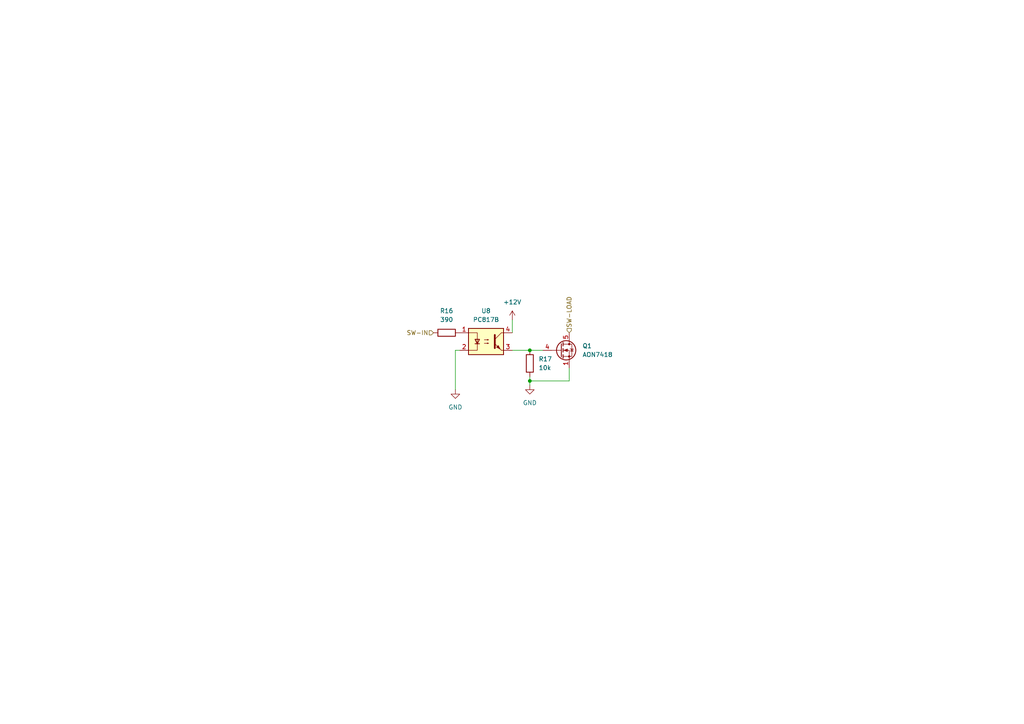
<source format=kicad_sch>
(kicad_sch (version 20231120) (generator "eeschema") (generator_version "8.0")
  (paper "A4")
  (lib_symbols
    (symbol "Device:R" (pin_numbers hide) (pin_names (offset 0))
      (property "Reference" "R" (at 2.032 0 90))
      (property "Value" "R" (at 0 0 90))
      (symbol "R_0_1"
        (rectangle (start -1.016 -2.54) (end 1.016 2.54) (stroke (width 0.254)))
      )
      (symbol "R_1_1"
        (pin passive line (at 0 3.81 270) (length 1.27) (name "~") (number "1"))
        (pin passive line (at 0 -3.81 90) (length 1.27) (name "~") (number "2"))
      )
    )
    (symbol "Isolator:SFH617A-2X009T"
      (property "Reference" "U" (at -3.81 5.08 0))
      (property "Value" "SFH617A-2X009T" (at 0 -5.08 0))
      (symbol "SFH617A-2X009T_1_1"
        (rectangle (start -5.08 3.81) (end 5.08 -3.81) (stroke (width 0.254)) (fill (type background)))
        (polyline (pts (xy -3.175 -0.635) (xy -1.905 -0.635)) (stroke (width 0.254)))
        (polyline (pts (xy 2.54 0.635) (xy 4.445 2.54)))
        (polyline (pts (xy 4.445 -2.54) (xy 2.54 -0.635)) (fill (type outline)))
        (polyline (pts (xy 4.445 -2.54) (xy 5.08 -2.54)))
        (polyline (pts (xy 4.445 2.54) (xy 5.08 2.54)))
        (polyline (pts (xy -5.08 2.54) (xy -2.54 2.54) (xy -2.54 -0.762)))
        (polyline (pts (xy -2.54 -0.635) (xy -2.54 -2.54) (xy -5.08 -2.54)))
        (polyline (pts (xy 2.54 1.905) (xy 2.54 -1.905) (xy 2.54 -1.905)) (stroke (width 0.508)))
        (polyline (pts (xy -2.54 -0.635) (xy -3.175 0.635) (xy -1.905 0.635) (xy -2.54 -0.635)) (stroke (width 0.254)))
        (polyline (pts (xy -0.508 -0.508) (xy 0.762 -0.508) (xy 0.381 -0.635) (xy 0.381 -0.381) (xy 0.762 -0.508)))
        (polyline (pts (xy -0.508 0.508) (xy 0.762 0.508) (xy 0.381 0.381) (xy 0.381 0.635) (xy 0.762 0.508)))
        (polyline (pts (xy 3.048 -1.651) (xy 3.556 -1.143) (xy 4.064 -2.159) (xy 3.048 -1.651) (xy 3.048 -1.651)) (fill (type outline)))
        (pin passive line (at -7.62 2.54 0) (length 2.54) (name "~") (number "1"))
        (pin passive line (at -7.62 -2.54 0) (length 2.54) (name "~") (number "2"))
        (pin passive line (at 7.62 -2.54 180) (length 2.54) (name "~") (number "3"))
        (pin passive line (at 7.62 2.54 180) (length 2.54) (name "~") (number "4"))
      )
    )
    (symbol "Transistor_FET:CSD16327Q3" (pin_names hide)
      (property "Reference" "Q" (at 5.08 1.905 0))
      (property "Value" "CSD16327Q3" (at 5.08 0 0))
      (symbol "CSD16327Q3_0_1"
        (polyline (pts (xy 0.254 0) (xy -2.54 0)))
        (polyline (pts (xy 0.254 1.905) (xy 0.254 -1.905)) (stroke (width 0.254)))
        (polyline (pts (xy 0.762 -1.27) (xy 0.762 -2.286)) (stroke (width 0.254)))
        (polyline (pts (xy 0.762 0.508) (xy 0.762 -0.508)) (stroke (width 0.254)))
        (polyline (pts (xy 0.762 2.286) (xy 0.762 1.27)) (stroke (width 0.254)))
        (polyline (pts (xy 2.54 2.54) (xy 2.54 1.778)))
        (polyline (pts (xy 2.54 -2.54) (xy 2.54 0) (xy 0.762 0)))
        (polyline (pts (xy 0.762 -1.778) (xy 3.302 -1.778) (xy 3.302 1.778) (xy 0.762 1.778)))
        (polyline (pts (xy 1.016 0) (xy 2.032 0.381) (xy 2.032 -0.381) (xy 1.016 0)) (fill (type outline)))
        (polyline (pts (xy 2.794 0.508) (xy 2.921 0.381) (xy 3.683 0.381) (xy 3.81 0.254)))
        (polyline (pts (xy 3.302 0.381) (xy 2.921 -0.254) (xy 3.683 -0.254) (xy 3.302 0.381)))
        (circle (center 1.651 0) (radius 2.794) (stroke (width 0.254)))
        (circle (center 2.54 -1.778) (radius 0.254) (fill (type outline)))
        (circle (center 2.54 1.778) (radius 0.254) (fill (type outline)))
      )
      (symbol "CSD16327Q3_1_1"
        (pin passive line (at 2.54 -5.08 90) (length 2.54) (name "S") (number "1"))
        (pin passive line (at 2.54 -5.08 90) (length 2.54) hide (name "S") (number "2"))
        (pin passive line (at 2.54 -5.08 90) (length 2.54) hide (name "S") (number "3"))
        (pin passive line (at -5.08 0 0) (length 2.54) (name "G") (number "4"))
        (pin passive line (at 2.54 5.08 270) (length 2.54) (name "D") (number "5"))
      )
    )
    (symbol "power:+12V" (power) (pin_numbers hide) (pin_names (offset 0) hide)
      (property "Value" "+12V" (at 0 3.556 0))
      (symbol "+12V_0_1"
        (polyline (pts (xy -0.762 1.27) (xy 0 2.54)))
        (polyline (pts (xy 0 0) (xy 0 2.54)))
        (polyline (pts (xy 0 2.54) (xy 0.762 1.27)))
      )
      (symbol "+12V_1_1"
        (pin power_in line (at 0 0 90) (length 0) (name "~") (number "1"))
      )
    )
    (symbol "power:GND" (power) (pin_numbers hide) (pin_names (offset 0) hide)
      (property "Value" "GND" (at 0 -3.81 0))
      (symbol "GND_0_1"
        (polyline (pts (xy 0 0) (xy 0 -1.27) (xy 1.27 -1.27) (xy 0 -2.54) (xy -1.27 -1.27) (xy 0 -1.27)))
      )
      (symbol "GND_1_1"
        (pin power_in line (at 0 0 270) (length 0) (name "~") (number "1"))
      )
    )
  )
  (junction (at 153.67 101.6))
  (junction (at 153.67 110.49))
  (wire (pts (xy 165.1 110.49) (xy 153.67 110.49)))
  (wire (pts (xy 132.08 113.03) (xy 132.08 101.6)))
  (wire (pts (xy 153.67 101.6) (xy 157.48 101.6)))
  (wire (pts (xy 153.67 110.49) (xy 153.67 111.76)))
  (wire (pts (xy 165.1 106.68) (xy 165.1 110.49)))
  (wire (pts (xy 132.08 101.6) (xy 133.35 101.6)))
  (wire (pts (xy 148.59 101.6) (xy 153.67 101.6)))
  (wire (pts (xy 148.59 92.71) (xy 148.59 96.52)))
  (wire (pts (xy 153.67 109.22) (xy 153.67 110.49)))
  (hierarchical_label "SW-LOAD" (shape input) (at 165.1 96.52 90))
  (hierarchical_label "SW-IN" (shape input) (at 125.73 96.52 180))
  (symbol (lib_id "power:GND") (at 132.08 113.03 0) (unit 1)
    (property "Reference" "#PWR058" (effects (hide yes)))
    (property "Value" "GND" (at 132.08 118.11 0))
    (property "Description" "Power symbol creates a global label with name \"GND\" , ground" (effects (hide yes)))
    (instances (project "Supervisor" (path "" (reference "#PWR058") (unit 1)) (path "" (reference "#PWR061") (unit 1)) (path "" (reference "#PWR064") (unit 1)) (path "" (reference "#PWR067") (unit 1))))
  )
  (symbol (lib_id "power:+12V") (at 148.59 92.71 0) (unit 1)
    (property "Reference" "#PWR059" (effects (hide yes)))
    (property "Value" "+12V" (at 148.59 87.63 0))
    (property "Description" "Power symbol creates a global label with name \"+12V\"" (effects (hide yes)))
    (instances (project "Supervisor" (path "" (reference "#PWR059") (unit 1)) (path "" (reference "#PWR062") (unit 1)) (path "" (reference "#PWR065") (unit 1)) (path "" (reference "#PWR068") (unit 1))))
  )
  (symbol (lib_id "Device:R") (at 129.54 96.52 90) (unit 1)
    (property "Reference" "R16" (at 129.54 90.17 90))
    (property "Value" "390" (at 129.54 92.71 90))
    (property "Footprint" "Resistor_SMD:R_0603_1608Metric" (effects (hide yes)))
    (property "MPN" "C23151" (effects (hide yes)))
    (instances (project "Supervisor" (path "" (reference "R16") (unit 1)) (path "" (reference "R18") (unit 1)) (path "" (reference "R20") (unit 1)) (path "" (reference "R22") (unit 1))))
  )
  (symbol (lib_id "power:GND") (at 153.67 111.76 0) (unit 1)
    (property "Reference" "#PWR060" (effects (hide yes)))
    (property "Value" "GND" (at 153.67 116.84 0))
    (property "Description" "Power symbol creates a global label with name \"GND\" , ground" (effects (hide yes)))
    (instances (project "Supervisor" (path "" (reference "#PWR060") (unit 1)) (path "" (reference "#PWR063") (unit 1)) (path "" (reference "#PWR066") (unit 1)) (path "" (reference "#PWR069") (unit 1))))
  )
  (symbol (lib_id "Device:R") (at 153.67 105.41 0) (unit 1)
    (property "Reference" "R17" (at 156.21 104.14 0) (effects (justify left)))
    (property "Value" "10k" (at 156.21 106.68 0) (effects (justify left)))
    (property "Footprint" "Resistor_SMD:R_0603_1608Metric" (effects (hide yes)))
    (property "MPN" "C25804" (effects (hide yes)))
    (instances (project "Supervisor" (path "" (reference "R17") (unit 1)) (path "" (reference "R19") (unit 1)) (path "" (reference "R21") (unit 1)) (path "" (reference "R23") (unit 1))))
  )
  (symbol (lib_id "Transistor_FET:CSD16327Q3") (at 162.56 101.6 0) (unit 1)
    (property "Reference" "Q1" (at 168.91 100.3299 0) (effects (justify left)))
    (property "Value" "AON7418" (at 168.91 102.8699 0) (effects (justify left)))
    (property "Footprint" "Package_SON:VSON-8_3.3x3.3mm_P0.65mm_NexFET" (effects (hide yes)))
    (property "Datasheet" "https://www.ti.com/lit/ds/symlink/csd16327q3.pdf" (effects (hide yes)))
    (property "Description" "60A Id, 25V Vds, NexFET N-Channel Power MOSFET, 3.4mOhm Ron, Qg Typ 6.2nC, VSON-8 3.3x3.3mm" (effects (hide yes)))
    (property "MPN" "C74384" (effects (hide yes)))
    (instances (project "Supervisor" (path "" (reference "Q1") (unit 1)) (path "" (reference "Q2") (unit 1)) (path "" (reference "Q3") (unit 1)) (path "" (reference "Q4") (unit 1))))
  )
  (symbol (lib_id "Isolator:SFH617A-2X009T") (at 140.97 99.06 0) (unit 1)
    (property "Reference" "U8" (at 140.97 90.17 0))
    (property "Value" "PC817B" (at 140.97 92.71 0))
    (property "Footprint" "Package_DIP:SMDIP-4_W7.62mm" (effects (hide yes)))
    (property "Datasheet" "http://www.vishay.com/docs/83740/sfh617a.pdf" (effects (hide yes)))
    (property "Description" "Optocoupler, Phototransistor Output, 5300 VRMS, VCEO 70V, CTR% 63-125, -55 to +110 degree Celsius, UL, BSI, FIMKO, SMD PDIP-4" (effects (hide yes)))
    (property "MPN" "C3025163" (effects (hide yes)))
    (instances (project "Supervisor" (path "" (reference "U8") (unit 1)) (path "" (reference "U9") (unit 1)) (path "" (reference "U10") (unit 1)) (path "" (reference "U11") (unit 1))))
  )
)
</source>
